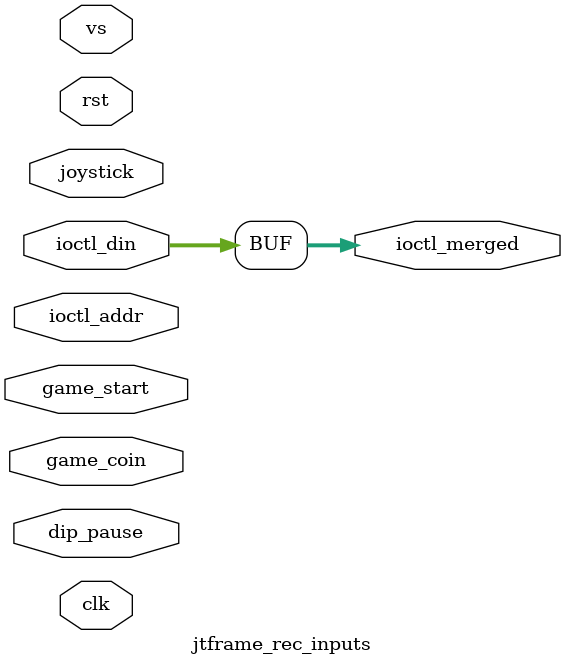
<source format=v>
/*  This file is part of JTFRAME.
    JTFRAME program is free software: you can redistribute it and/or modify
    it under the terms of the GNU General Public License as published by
    the Free Software Foundation, either version 3 of the License, or
    (at your option) any later version.

    JTFRAME program is distributed in the hope that it will be useful,
    but WITHOUT ANY WARRANTY; without even the implied warranty of
    MERCHANTABILITY or FITNESS FOR A PARTICULAR PURPOSE.  See the
    GNU General Public License for more details.

    You should have received a copy of the GNU General Public License
    along with JTFRAME.  If not, see <http://www.gnu.org/licenses/>.

    Author: Jose Tejada Gomez. Twitter: @topapate
    Version: 1.0
    Date: 10-2-2024 */

`ifdef JTFRAME_RELEASE
`undef JTFRAME_INPUT_RECORD
`endif

// record input data in a compressed format
// decompress with `jtutil inputs`
module jtframe_rec_inputs(
    input              rst,
    input              clk,

    input              vs,
    input              dip_pause,

    input       [ 3:0] game_start,  // active low
    input       [ 3:0] game_coin,   // active low
    input       [ 5:0] joystick,    // active high

    input       [12:0] ioctl_addr,

    input       [ 7:0] ioctl_din,
    output      [ 7:0] ioctl_merged
);
    parameter RECAW=13;
`ifndef JTFRAME_INPUT_RECORD
    assign ioctl_merged = ioctl_din;
`else

    reg  [ 7:0] recin, rec_l, fdiff;
    reg         rec_clrd, vsl;
    reg  [RECAW-1:0] reca;
    wire [ 7:0] rec_data = { joystick[5:0], ~{game_start[0], game_coin[0]} };
    reg  [ 1:0] recwsh;
    wire [ 7:0] recmux = !rec_clrd ? (!reca[0] ? 8'hff: 8'h0 ) :
                         recwsh[0] ?            recin : fdiff;
    wire        rec_we = recwsh!= 0 || !rec_clrd;

    always @(posedge clk) begin
        if( rst ) begin
            reca     <= 0;
            recin    <= 0;
            rec_l    <= 0;
            recwsh   <= 0;
            fdiff    <= 0;
            rec_clrd <= 0;
        end else begin
            vsl <= vs;
            if( !rec_clrd ) begin
                reca <= reca+1'd1;
                if( &reca ) rec_clrd <= 1;
            end else begin
                recwsh <= recwsh>>1;
                if( vsl && !vs && dip_pause) begin
                    if( &fdiff || rec_data != rec_l ) begin
                        rec_l <= rec_data;
                        recin <= rec_data ^ rec_l;
                        recwsh <= 2;
                    end else begin
                        fdiff <= fdiff +1'd1;
                    end
                end
                case( recwsh )
                    2: begin
                        reca  <= reca+1'd1;
                    end
                    1: begin
                        reca <= reca+1'd1;
                        fdiff <= 0;
                    end
                    default:;
                endcase
            end
        end
    end

    // 1st byte = number of frames before applying the value change
    // 2nd byte = input bits that changed are set high
    // see "jtutil inputs" in "src/jtutil/inputs.go" for conveting to sim_inputs.hex
    jtframe_dual_ram #(.AW(RECAW) ) u_record( // 2kB, set in jtdef.go
        // Port 0: record
        .clk0   ( clk            ),
        .data0  ( recmux         ),
        .addr0  ( reca           ),
        .we0    ( rec_we         ),
        .q0     (                ),
        // Port 1: readout
        .clk1   ( clk            ),
        .data1  ( 8'd0           ),
        .addr1  (ioctl_addr[RECAW-1:0]),
        .we1    ( 1'b0           ),
        .q1     ( ioctl_merged   )
    );
`endif
endmodule
</source>
